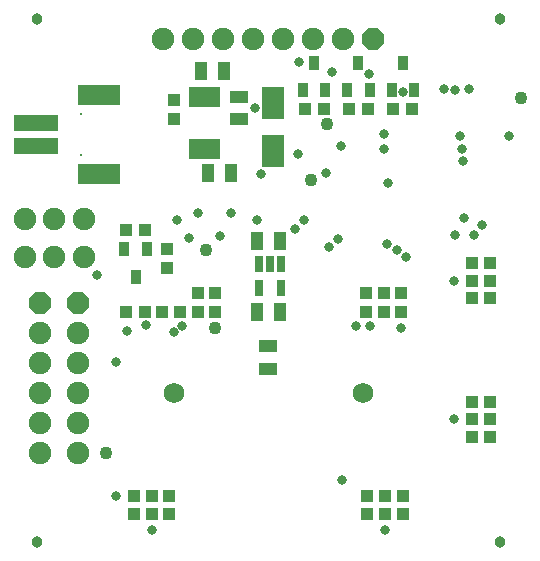
<source format=gbs>
G04 Layer_Color=16711935*
%FSLAX24Y24*%
%MOIN*%
G70*
G01*
G75*
%ADD44R,0.0434X0.0631*%
%ADD45R,0.0631X0.0434*%
%ADD46R,0.0297X0.0533*%
%ADD47R,0.0434X0.0395*%
%ADD49R,0.0336X0.0493*%
%ADD52R,0.0395X0.0434*%
%ADD59C,0.0749*%
%ADD60P,0.0811X8X292.5*%
%ADD61C,0.0380*%
%ADD62P,0.0811X8X202.5*%
%ADD63C,0.0680*%
%ADD64C,0.0080*%
%ADD65C,0.0330*%
%ADD66C,0.0434*%
%ADD67R,0.1419X0.0671*%
%ADD68R,0.1458X0.0552*%
G04:AMPARAMS|DCode=69|XSize=55.2mil|YSize=145.8mil|CornerRadius=0mil|HoleSize=0mil|Usage=FLASHONLY|Rotation=90.000|XOffset=0mil|YOffset=0mil|HoleType=Round|Shape=RoundedRectangle|*
%AMROUNDEDRECTD69*
21,1,0.0552,0.1458,0,0,90.0*
21,1,0.0552,0.1458,0,0,90.0*
1,1,0.0000,0.0729,0.0276*
1,1,0.0000,0.0729,-0.0276*
1,1,0.0000,-0.0729,-0.0276*
1,1,0.0000,-0.0729,0.0276*
%
%ADD69ROUNDEDRECTD69*%
%ADD70R,0.0257X0.0651*%
%ADD71R,0.0749X0.1064*%
D44*
X7608Y13435D02*
D03*
X6860D02*
D03*
X6614Y16831D02*
D03*
X7362D02*
D03*
X9232Y11171D02*
D03*
X8484D02*
D03*
X9232Y8809D02*
D03*
X8484D02*
D03*
D45*
X7874Y15226D02*
D03*
Y15974D02*
D03*
X8858Y6909D02*
D03*
Y7657D02*
D03*
D46*
X8533Y10394D02*
D03*
X8907D02*
D03*
X9281D02*
D03*
Y9587D02*
D03*
X8533D02*
D03*
D47*
X5709Y15866D02*
D03*
Y15236D02*
D03*
X5463Y10266D02*
D03*
Y10896D02*
D03*
X5561Y2677D02*
D03*
Y2047D02*
D03*
X4380Y2677D02*
D03*
Y2047D02*
D03*
X12746Y2047D02*
D03*
Y2677D02*
D03*
X13337Y2677D02*
D03*
Y2047D02*
D03*
X12156Y2677D02*
D03*
Y2047D02*
D03*
X4970Y2047D02*
D03*
Y2677D02*
D03*
X7087Y8789D02*
D03*
Y9419D02*
D03*
X6496Y8789D02*
D03*
Y9419D02*
D03*
X13287Y8789D02*
D03*
Y9419D02*
D03*
X12697Y8789D02*
D03*
Y9419D02*
D03*
X12106Y8789D02*
D03*
Y9419D02*
D03*
D49*
X10384Y17087D02*
D03*
X10758Y16181D02*
D03*
X10010D02*
D03*
X11860Y17087D02*
D03*
X12234Y16181D02*
D03*
X11486D02*
D03*
X13337Y17087D02*
D03*
X13711Y16181D02*
D03*
X12963D02*
D03*
X4429Y9980D02*
D03*
X4055Y10886D02*
D03*
X4803D02*
D03*
D52*
X10069Y15551D02*
D03*
X10699D02*
D03*
X11545D02*
D03*
X12175D02*
D03*
X13022D02*
D03*
X13652D02*
D03*
X4114Y11516D02*
D03*
X4744D02*
D03*
X5295Y8809D02*
D03*
X5925D02*
D03*
X4114D02*
D03*
X4744D02*
D03*
X16260Y5807D02*
D03*
X15630D02*
D03*
X15630Y5217D02*
D03*
X16260D02*
D03*
X16260Y4626D02*
D03*
X15630D02*
D03*
X15630Y9843D02*
D03*
X16260D02*
D03*
X16260Y9252D02*
D03*
X15630D02*
D03*
X16260Y10433D02*
D03*
X15630D02*
D03*
D59*
X2707Y11900D02*
D03*
X1722D02*
D03*
X738D02*
D03*
Y10640D02*
D03*
X1722D02*
D03*
X2707D02*
D03*
X1230Y6094D02*
D03*
Y7094D02*
D03*
Y8094D02*
D03*
Y5094D02*
D03*
Y4094D02*
D03*
X2510Y6094D02*
D03*
Y7094D02*
D03*
Y8094D02*
D03*
Y5094D02*
D03*
Y4094D02*
D03*
X5350Y17913D02*
D03*
X6350D02*
D03*
X9350D02*
D03*
X10350D02*
D03*
X11350D02*
D03*
X8350D02*
D03*
X7350D02*
D03*
D60*
X1230Y9094D02*
D03*
X2510D02*
D03*
D61*
X1132Y1132D02*
D03*
X16585D02*
D03*
Y18553D02*
D03*
X1132D02*
D03*
D62*
X12350Y17913D02*
D03*
D63*
X12018Y6102D02*
D03*
X5719D02*
D03*
D64*
X2618Y14026D02*
D03*
Y15404D02*
D03*
D65*
X16880Y14665D02*
D03*
X9843Y14075D02*
D03*
X11270Y14321D02*
D03*
X15384Y11929D02*
D03*
X8415Y15600D02*
D03*
X10975Y16782D02*
D03*
X9892Y17126D02*
D03*
X12205Y16732D02*
D03*
X12697Y14222D02*
D03*
Y14715D02*
D03*
X13337Y16142D02*
D03*
X15305Y14223D02*
D03*
X15256Y14665D02*
D03*
X15354Y13829D02*
D03*
X11319Y3199D02*
D03*
X3789Y7136D02*
D03*
X15994Y11713D02*
D03*
X15069Y11378D02*
D03*
X15699Y11368D02*
D03*
X15059Y9843D02*
D03*
X13435Y10630D02*
D03*
X14715Y16240D02*
D03*
X11171Y11221D02*
D03*
X10876Y10974D02*
D03*
X12795Y11073D02*
D03*
X13140Y10876D02*
D03*
X4134Y8169D02*
D03*
X4774Y8366D02*
D03*
X5709Y8120D02*
D03*
X5981Y8340D02*
D03*
X11762Y8317D02*
D03*
X12254D02*
D03*
X13287Y8268D02*
D03*
X15551Y16240D02*
D03*
X15069Y16201D02*
D03*
X15059Y5217D02*
D03*
X12746Y1526D02*
D03*
X4970D02*
D03*
X3789Y2657D02*
D03*
X7234Y11319D02*
D03*
X6496Y12106D02*
D03*
X7628Y12106D02*
D03*
X5803Y11860D02*
D03*
X10039Y11860D02*
D03*
X12844Y13091D02*
D03*
X8465Y11860D02*
D03*
X9744Y11565D02*
D03*
X6201Y11270D02*
D03*
X3150Y10039D02*
D03*
X8612Y13386D02*
D03*
X10778Y13435D02*
D03*
D66*
X10276Y13199D02*
D03*
X6791Y10876D02*
D03*
X9006Y15748D02*
D03*
X17274Y15945D02*
D03*
X10827Y15059D02*
D03*
X3445Y4085D02*
D03*
X7077Y8258D02*
D03*
X9006Y14173D02*
D03*
D67*
X3210Y16033D02*
D03*
Y13396D02*
D03*
D68*
X1120Y15108D02*
D03*
D69*
Y14321D02*
D03*
D70*
X7126Y14242D02*
D03*
X6870D02*
D03*
X6614D02*
D03*
X6358D02*
D03*
X7126Y15974D02*
D03*
X6870D02*
D03*
X6614D02*
D03*
X6358D02*
D03*
D71*
X9006Y14173D02*
D03*
Y15748D02*
D03*
M02*

</source>
